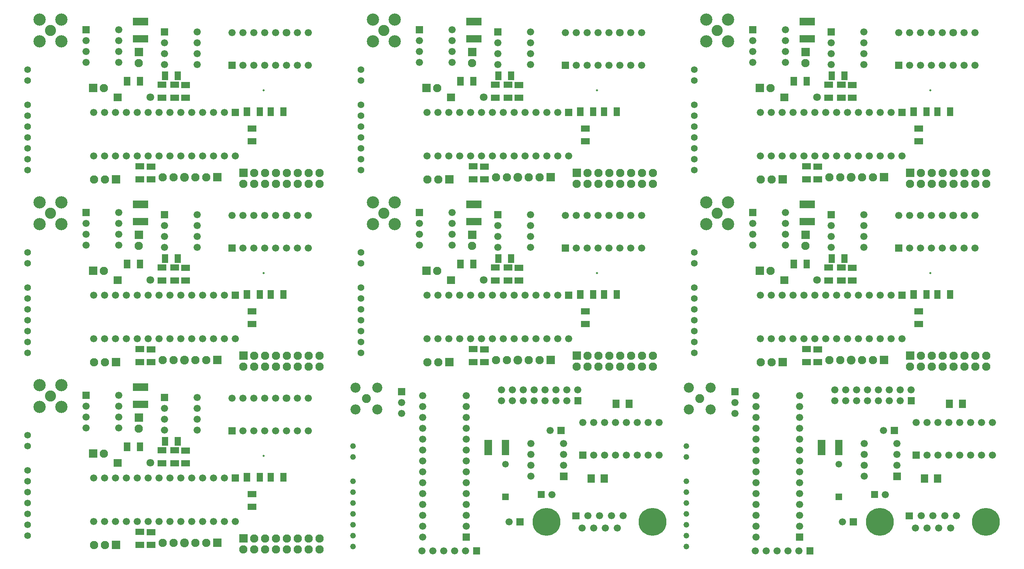
<source format=gbr>
G04 start of page 4 for group -4063 idx -4063 *
G04 Title: (unknown), componentmask *
G04 Creator: pcb 20091103 *
G04 CreationDate: Чтв 05 Янв 2012 09:41:11 UTC *
G04 For: aml *
G04 Format: Gerber/RS-274X *
G04 PCB-Dimensions: 948000 534000 *
G04 PCB-Coordinate-Origin: lower left *
%MOIN*%
%FSLAX25Y25*%
%LNFRONTMASK*%
%ADD11C,0.0200*%
%ADD23C,0.0760*%
%ADD39C,0.0660*%
%ADD40C,0.0710*%
%ADD41C,0.0620*%
%ADD42C,0.1120*%
%ADD43C,0.1020*%
%ADD44C,0.0810*%
%ADD45C,0.0920*%
%ADD46C,0.0820*%
%ADD47C,0.0520*%
%ADD48C,0.2560*%
%ADD49C,0.0610*%
%ADD50R,0.0572X0.0572*%
%ADD51R,0.0690X0.0690*%
%ADD52R,0.0660X0.0660*%
G54D39*X151500Y429800D03*
G54D11*G36*
X109950Y447350D02*Y440250D01*
X117050D01*
Y447350D01*
X109950D01*
G37*
G54D40*X143500Y443800D03*
G54D39*X141500Y429800D03*
X131500D03*
X121500D03*
G54D11*G36*
X129200Y489100D02*Y481500D01*
X136800D01*
Y489100D01*
X129200D01*
G37*
G36*
X153200Y507100D02*Y500500D01*
X159800D01*
Y507100D01*
X153200D01*
G37*
G54D39*X156500Y493800D03*
Y483800D03*
G54D11*G36*
X81200Y509100D02*Y502500D01*
X87800D01*
Y509100D01*
X81200D01*
G37*
G54D39*X114500Y505800D03*
X84500Y495800D03*
X114500D03*
X84500Y485800D03*
Y475800D03*
X114500D03*
Y485800D03*
G54D11*G36*
X215200Y476600D02*Y470000D01*
X221800D01*
Y476600D01*
X215200D01*
G37*
G54D39*X186500Y473800D03*
Y483800D03*
Y493800D03*
X228500Y473300D03*
X238500D03*
X248500D03*
X258500D03*
G54D11*X247500Y450300D03*
G54D39*X258500Y503300D03*
X248500D03*
X238500D03*
X228500D03*
X218500D03*
X186500Y503800D03*
X111500Y429800D03*
X101500D03*
X91500D03*
G54D11*G36*
X87200Y456100D02*Y448500D01*
X94800D01*
Y456100D01*
X87200D01*
G37*
G54D23*X101000Y452300D03*
X133000Y475300D03*
G54D39*X156500Y473800D03*
G54D41*X31000Y469300D03*
Y459300D03*
Y436800D03*
Y426800D03*
Y416800D03*
Y406800D03*
Y396800D03*
Y386800D03*
Y376800D03*
G54D42*X42000Y515300D03*
G54D43*X52000Y505300D03*
G54D42*X62000Y515300D03*
Y495300D03*
X42000D03*
G54D39*X268500Y473300D03*
X278500D03*
X288500D03*
Y503300D03*
X278500D03*
G54D40*X268500D03*
G54D42*X348000Y515300D03*
X368000D03*
G54D43*X358000Y505300D03*
G54D42*X368000Y495300D03*
X348000D03*
G54D41*X337000Y469300D03*
Y459300D03*
Y436800D03*
Y426800D03*
Y416800D03*
Y406800D03*
Y396800D03*
Y386800D03*
Y376800D03*
G54D11*G36*
X108200Y372100D02*Y364500D01*
X115800D01*
Y372100D01*
X108200D01*
G37*
G54D23*X102000Y368300D03*
X92000D03*
G54D39*X114500Y337800D03*
G54D23*X155000Y370300D03*
G54D39*X91500Y389800D03*
X101500D03*
X111500D03*
X121500D03*
X131500D03*
X141500D03*
X151500D03*
G54D11*G36*
X225200Y378100D02*Y370500D01*
X232800D01*
Y378100D01*
X225200D01*
G37*
G54D23*X229000Y364300D03*
X239000Y374300D03*
Y364300D03*
X249000Y374300D03*
Y364300D03*
G54D39*X258500Y335300D03*
X248500D03*
X238500D03*
X228500D03*
X218500D03*
G54D11*G36*
X201200Y374100D02*Y366500D01*
X208800D01*
Y374100D01*
X201200D01*
G37*
G54D23*X195000Y370300D03*
X185000D03*
G54D44*X175000D03*
G54D23*X165000D03*
G54D39*X161500Y389800D03*
X171500D03*
X181500D03*
G54D11*G36*
X153200Y339100D02*Y332500D01*
X159800D01*
Y339100D01*
X153200D01*
G37*
G54D39*X186500Y335800D03*
G54D11*G36*
X218200Y433100D02*Y426500D01*
X224800D01*
Y433100D01*
X218200D01*
G37*
G54D39*X211500Y429800D03*
X201500D03*
X191500D03*
X181500D03*
X171500D03*
X161500D03*
X191500Y389800D03*
X201500D03*
X211500D03*
X221500D03*
G54D23*X259000Y374300D03*
X269000D03*
X279000D03*
X289000D03*
X299000D03*
X259000Y364300D03*
X269000D03*
X279000D03*
X289000D03*
X299000D03*
G54D39*X288500Y335300D03*
X278500D03*
G54D40*X268500D03*
G54D11*G36*
X414200Y372100D02*Y364500D01*
X421800D01*
Y372100D01*
X414200D01*
G37*
G54D23*X408000Y368300D03*
X398000D03*
G54D39*X397500Y389800D03*
X407500D03*
X417500D03*
X427500D03*
G54D11*G36*
X531200Y378100D02*Y370500D01*
X538800D01*
Y378100D01*
X531200D01*
G37*
G54D23*X535000Y364300D03*
X545000Y374300D03*
Y364300D03*
X555000Y374300D03*
Y364300D03*
X565000Y374300D03*
X575000D03*
X585000D03*
X595000D03*
X605000D03*
G54D41*X643000Y376800D03*
G54D23*X565000Y364300D03*
X575000D03*
X585000D03*
X595000D03*
X605000D03*
G54D11*G36*
X507200Y374100D02*Y366500D01*
X514800D01*
Y374100D01*
X507200D01*
G37*
G54D23*X501000Y370300D03*
X491000D03*
G54D44*X481000D03*
G54D23*X471000D03*
X461000D03*
G54D39*X437500Y389800D03*
X447500D03*
X457500D03*
X467500D03*
X477500D03*
X487500D03*
X497500D03*
X507500D03*
X517500D03*
X527500D03*
G54D41*X643000Y396800D03*
Y386800D03*
G54D11*G36*
X415950Y447350D02*Y440250D01*
X423050D01*
Y447350D01*
X415950D01*
G37*
G54D39*X457500Y429800D03*
X447500D03*
X437500D03*
X427500D03*
X417500D03*
X407500D03*
X397500D03*
G54D11*G36*
X393200Y456100D02*Y448500D01*
X400800D01*
Y456100D01*
X393200D01*
G37*
G54D23*X407000Y452300D03*
G54D11*G36*
X524200Y433100D02*Y426500D01*
X530800D01*
Y433100D01*
X524200D01*
G37*
G54D39*X517500Y429800D03*
X507500D03*
G54D11*G36*
X521200Y476600D02*Y470000D01*
X527800D01*
Y476600D01*
X521200D01*
G37*
G54D39*X534500Y473300D03*
X544500D03*
X554500D03*
X564500D03*
Y503300D03*
X554500D03*
X544500D03*
X534500D03*
X524500D03*
X574500Y473300D03*
G54D40*Y503300D03*
G54D39*X584500Y473300D03*
X594500D03*
Y503300D03*
X584500D03*
G54D11*X553500Y450300D03*
G54D39*X497500Y429800D03*
X487500D03*
X477500D03*
X467500D03*
X492500Y473800D03*
Y483800D03*
Y493800D03*
Y503800D03*
G54D11*G36*
X435200Y489100D02*Y481500D01*
X442800D01*
Y489100D01*
X435200D01*
G37*
G54D23*X439000Y475300D03*
G54D11*G36*
X459200Y507100D02*Y500500D01*
X465800D01*
Y507100D01*
X459200D01*
G37*
G54D39*X462500Y493800D03*
Y483800D03*
Y473800D03*
G54D11*G36*
X387200Y509100D02*Y502500D01*
X393800D01*
Y509100D01*
X387200D01*
G37*
G54D39*X390500Y495800D03*
Y485800D03*
Y475800D03*
X420500D03*
Y485800D03*
Y495800D03*
Y505800D03*
G54D11*G36*
X720200Y372100D02*Y364500D01*
X727800D01*
Y372100D01*
X720200D01*
G37*
G54D23*X714000Y368300D03*
X704000D03*
G54D39*X703500Y389800D03*
X713500D03*
X723500D03*
G54D23*X841000Y364300D03*
X851000Y374300D03*
X861000D03*
X871000D03*
X851000Y364300D03*
X861000D03*
X871000D03*
X881000D03*
X891000D03*
X901000D03*
X881000Y374300D03*
X891000D03*
X901000D03*
X911000D03*
Y364300D03*
G54D11*G36*
X837200Y378100D02*Y370500D01*
X844800D01*
Y378100D01*
X837200D01*
G37*
G36*
X813200Y374100D02*Y366500D01*
X820800D01*
Y374100D01*
X813200D01*
G37*
G54D23*X807000Y370300D03*
X797000D03*
G54D44*X787000D03*
G54D23*X777000D03*
X767000D03*
G54D39*X733500Y389800D03*
X743500D03*
X753500D03*
X763500D03*
X773500D03*
X783500D03*
X793500D03*
X803500D03*
X813500D03*
X823500D03*
X833500D03*
G54D40*X449500Y443800D03*
G54D11*G36*
X721950Y447350D02*Y440250D01*
X729050D01*
Y447350D01*
X721950D01*
G37*
G54D40*X755500Y443800D03*
G54D11*G36*
X830200Y433100D02*Y426500D01*
X836800D01*
Y433100D01*
X830200D01*
G37*
G54D39*X823500Y429800D03*
X813500D03*
G54D11*G36*
X827200Y476600D02*Y470000D01*
X833800D01*
Y476600D01*
X827200D01*
G37*
G54D39*X840500Y473300D03*
X850500D03*
X860500D03*
X870500D03*
Y503300D03*
X860500D03*
X850500D03*
X840500D03*
X830500D03*
X880500Y473300D03*
G54D40*Y503300D03*
G54D39*X890500Y473300D03*
X900500D03*
Y503300D03*
X890500D03*
G54D11*X859500Y450300D03*
G54D39*X773500Y429800D03*
X763500D03*
X753500D03*
X743500D03*
X733500D03*
X803500D03*
X793500D03*
X783500D03*
G54D11*G36*
X741200Y489100D02*Y481500D01*
X748800D01*
Y489100D01*
X741200D01*
G37*
G54D23*X745000Y475300D03*
G54D11*G36*
X765200Y507100D02*Y500500D01*
X771800D01*
Y507100D01*
X765200D01*
G37*
G54D39*X768500Y493800D03*
Y483800D03*
Y473800D03*
X798500D03*
Y483800D03*
Y493800D03*
Y503800D03*
G54D41*X643000Y469300D03*
Y459300D03*
Y436800D03*
Y426800D03*
Y416800D03*
Y406800D03*
G54D42*X654000Y515300D03*
Y495300D03*
X674000D03*
Y515300D03*
G54D39*X723500Y429800D03*
X713500D03*
X703500D03*
G54D43*X664000Y505300D03*
G54D11*G36*
X693200Y509100D02*Y502500D01*
X699800D01*
Y509100D01*
X693200D01*
G37*
G54D39*X696500Y495800D03*
Y485800D03*
Y475800D03*
G54D11*G36*
X699200Y456100D02*Y448500D01*
X706800D01*
Y456100D01*
X699200D01*
G37*
G54D23*X713000Y452300D03*
G54D39*X726500Y475800D03*
Y485800D03*
Y495800D03*
Y505800D03*
G54D23*X279000Y206300D03*
X289000D03*
X299000D03*
G54D11*G36*
X531200Y210100D02*Y202500D01*
X538800D01*
Y210100D01*
X531200D01*
G37*
G54D41*X337000Y208800D03*
G54D11*G36*
X414200Y204100D02*Y196500D01*
X421800D01*
Y204100D01*
X414200D01*
G37*
G54D23*X408000Y200300D03*
X398000D03*
G54D39*X397500Y221800D03*
X407500D03*
X417500D03*
G54D41*X337000Y228800D03*
Y218800D03*
G54D39*X467500Y221800D03*
X477500D03*
X487500D03*
X497500D03*
X507500D03*
X517500D03*
X527500D03*
G54D23*X545000Y206300D03*
Y196300D03*
X555000Y206300D03*
X565000D03*
X575000D03*
X585000D03*
X595000D03*
X605000D03*
X555000Y196300D03*
X565000D03*
X575000D03*
X585000D03*
X595000D03*
X605000D03*
X535000D03*
G54D11*G36*
X507200Y206100D02*Y198500D01*
X514800D01*
Y206100D01*
X507200D01*
G37*
G54D23*X501000Y202300D03*
X491000D03*
G54D41*X643000Y208800D03*
G54D44*X481000Y202300D03*
G54D23*X471000D03*
X461000D03*
G54D39*X427500Y221800D03*
X437500D03*
X447500D03*
X457500D03*
G54D11*G36*
X720200Y204100D02*Y196500D01*
X727800D01*
Y204100D01*
X720200D01*
G37*
G54D23*X714000Y200300D03*
X704000D03*
G54D39*X703500Y221800D03*
X713500D03*
X723500D03*
X733500D03*
G54D11*G36*
X837200Y210100D02*Y202500D01*
X844800D01*
Y210100D01*
X837200D01*
G37*
G54D23*X841000Y196300D03*
X851000Y206300D03*
Y196300D03*
X861000Y206300D03*
Y196300D03*
X871000Y206300D03*
X881000D03*
X891000D03*
X901000D03*
X911000D03*
X871000Y196300D03*
X881000D03*
X891000D03*
X901000D03*
X911000D03*
G54D11*G36*
X813200Y206100D02*Y198500D01*
X820800D01*
Y206100D01*
X813200D01*
G37*
G54D23*X807000Y202300D03*
X797000D03*
G54D44*X787000D03*
G54D23*X777000D03*
X767000D03*
G54D39*X743500Y221800D03*
X753500D03*
X763500D03*
X773500D03*
X783500D03*
X793500D03*
X803500D03*
X813500D03*
X823500D03*
X833500D03*
G54D41*X643000Y228800D03*
Y218800D03*
G54D11*G36*
X415950Y279350D02*Y272250D01*
X423050D01*
Y279350D01*
X415950D01*
G37*
G54D40*X449500Y275800D03*
G54D39*X467500Y261800D03*
X457500D03*
G54D11*G36*
X435200Y321100D02*Y313500D01*
X442800D01*
Y321100D01*
X435200D01*
G37*
G36*
X459200Y339100D02*Y332500D01*
X465800D01*
Y339100D01*
X459200D01*
G37*
G54D39*X462500Y325800D03*
Y315800D03*
X420500Y307800D03*
Y317800D03*
Y327800D03*
Y337800D03*
G54D11*G36*
X524200Y265100D02*Y258500D01*
X530800D01*
Y265100D01*
X524200D01*
G37*
G54D39*X517500Y261800D03*
X507500D03*
X497500D03*
X487500D03*
X477500D03*
G54D11*X553500Y282300D03*
G36*
X521200Y308600D02*Y302000D01*
X527800D01*
Y308600D01*
X521200D01*
G37*
G54D39*X534500Y305300D03*
X492500Y305800D03*
Y315800D03*
Y325800D03*
X544500Y305300D03*
X554500D03*
X564500D03*
X574500D03*
X584500D03*
X594500D03*
Y335300D03*
X584500D03*
G54D40*X574500D03*
G54D39*X564500D03*
X554500D03*
X544500D03*
X534500D03*
X524500D03*
X492500Y335800D03*
X447500Y261800D03*
X437500D03*
X427500D03*
X417500D03*
X407500D03*
G54D23*X439000Y307300D03*
G54D39*X462500Y305800D03*
G54D41*X337000Y301300D03*
Y291300D03*
G54D11*G36*
X393200Y288100D02*Y280500D01*
X400800D01*
Y288100D01*
X393200D01*
G37*
G54D23*X407000Y284300D03*
G54D39*X390500Y307800D03*
X397500Y261800D03*
G54D41*X337000Y268800D03*
Y258800D03*
Y248800D03*
Y238800D03*
G54D42*X348000Y347300D03*
G54D43*X358000Y337300D03*
G54D42*X348000Y327300D03*
X368000Y347300D03*
Y327300D03*
G54D11*G36*
X387200Y341100D02*Y334500D01*
X393800D01*
Y341100D01*
X387200D01*
G37*
G54D39*X390500Y327800D03*
Y317800D03*
G54D11*G36*
X721950Y279350D02*Y272250D01*
X729050D01*
Y279350D01*
X721950D01*
G37*
G36*
X699200Y288100D02*Y280500D01*
X706800D01*
Y288100D01*
X699200D01*
G37*
G54D23*X713000Y284300D03*
G54D40*X755500Y275800D03*
G54D39*X763500Y261800D03*
X753500D03*
X743500D03*
X733500D03*
X723500D03*
X713500D03*
X703500D03*
G54D11*G36*
X830200Y265100D02*Y258500D01*
X836800D01*
Y265100D01*
X830200D01*
G37*
G54D39*X823500Y261800D03*
X813500D03*
G54D11*G36*
X827200Y308600D02*Y302000D01*
X833800D01*
Y308600D01*
X827200D01*
G37*
G54D39*X840500Y305300D03*
X850500D03*
X860500D03*
X870500D03*
Y335300D03*
X860500D03*
X850500D03*
X840500D03*
X830500D03*
X880500Y305300D03*
G54D40*Y335300D03*
G54D39*X890500Y305300D03*
X900500D03*
Y335300D03*
X890500D03*
G54D11*X859500Y282300D03*
G54D39*X803500Y261800D03*
X793500D03*
X783500D03*
X773500D03*
G54D11*G36*
X741200Y321100D02*Y313500D01*
X748800D01*
Y321100D01*
X741200D01*
G37*
G54D23*X745000Y307300D03*
G54D11*G36*
X765200Y339100D02*Y332500D01*
X771800D01*
Y339100D01*
X765200D01*
G37*
G54D39*X768500Y325800D03*
Y315800D03*
Y305800D03*
X726500Y307800D03*
Y317800D03*
Y327800D03*
Y337800D03*
X798500Y305800D03*
Y315800D03*
Y325800D03*
Y335800D03*
G54D41*X643000Y301300D03*
G54D42*X654000Y327300D03*
G54D41*X643000Y291300D03*
Y268800D03*
Y258800D03*
Y248800D03*
Y238800D03*
G54D42*X654000Y347300D03*
G54D43*X664000Y337300D03*
G54D42*X674000Y327300D03*
Y347300D03*
G54D11*G36*
X693200Y341100D02*Y334500D01*
X699800D01*
Y341100D01*
X693200D01*
G37*
G54D39*X696500Y327800D03*
Y317800D03*
Y307800D03*
G54D11*G36*
X201200Y206100D02*Y198500D01*
X208800D01*
Y206100D01*
X201200D01*
G37*
G54D23*X195000Y202300D03*
X185000D03*
G54D44*X175000D03*
G54D23*X165000D03*
X155000D03*
G54D11*G36*
X153200Y171100D02*Y164500D01*
X159800D01*
Y171100D01*
X153200D01*
G37*
G54D39*X186500Y167800D03*
X156500Y157800D03*
Y147800D03*
Y137800D03*
X186500D03*
Y147800D03*
Y157800D03*
G54D11*G36*
X218200Y265100D02*Y258500D01*
X224800D01*
Y265100D01*
X218200D01*
G37*
G54D39*X211500Y261800D03*
X201500D03*
X191500D03*
X181500D03*
X171500D03*
X161500D03*
X151500D03*
G54D11*G36*
X215200Y308600D02*Y302000D01*
X221800D01*
Y308600D01*
X215200D01*
G37*
G54D39*X186500Y305800D03*
Y315800D03*
Y325800D03*
X228500Y305300D03*
G54D11*X247500Y282300D03*
G54D39*X238500Y305300D03*
X248500D03*
X258500D03*
X268500D03*
X278500D03*
X288500D03*
X151500Y221800D03*
X161500D03*
X171500D03*
X181500D03*
X191500D03*
X201500D03*
X211500D03*
X221500D03*
G54D40*X143500Y275800D03*
G54D39*X141500Y261800D03*
X131500D03*
X121500D03*
G54D11*G36*
X109950Y279350D02*Y272250D01*
X117050D01*
Y279350D01*
X109950D01*
G37*
G54D39*X111500Y261800D03*
X101500D03*
X91500D03*
G54D11*G36*
X87200Y288100D02*Y280500D01*
X94800D01*
Y288100D01*
X87200D01*
G37*
G54D23*X101000Y284300D03*
G54D39*X114500Y159800D03*
Y169800D03*
G54D41*X31000Y301300D03*
Y291300D03*
G54D42*X42000Y327300D03*
G54D41*X31000Y268800D03*
Y258800D03*
Y248800D03*
Y238800D03*
G54D42*X42000Y179300D03*
G54D41*X31000Y228800D03*
Y218800D03*
Y208800D03*
G54D42*X42000Y347300D03*
G54D43*X52000Y337300D03*
G54D42*X62000Y327300D03*
Y347300D03*
G54D43*X52000Y169300D03*
G54D42*X62000Y159300D03*
X42000D03*
X62000Y179300D03*
G54D11*G36*
X129200Y321100D02*Y313500D01*
X136800D01*
Y321100D01*
X129200D01*
G37*
G54D23*X133000Y307300D03*
G54D39*X156500Y325800D03*
Y315800D03*
Y305800D03*
G54D11*G36*
X81200Y341100D02*Y334500D01*
X87800D01*
Y341100D01*
X81200D01*
G37*
G54D39*X84500Y327800D03*
Y317800D03*
Y307800D03*
X114500D03*
Y317800D03*
Y327800D03*
G54D11*G36*
X108200Y36100D02*Y28500D01*
X115800D01*
Y36100D01*
X108200D01*
G37*
G54D23*X102000Y32300D03*
X92000D03*
G54D11*G36*
X225200Y42100D02*Y34500D01*
X232800D01*
Y42100D01*
X225200D01*
G37*
G54D23*X229000Y28300D03*
X239000Y38300D03*
Y28300D03*
X249000Y38300D03*
Y28300D03*
X259000Y38300D03*
Y28300D03*
X269000D03*
X279000D03*
X289000D03*
X299000D03*
X269000Y38300D03*
X279000D03*
X289000D03*
X299000D03*
G54D11*G36*
X201200Y38100D02*Y30500D01*
X208800D01*
Y38100D01*
X201200D01*
G37*
G54D23*X195000Y34300D03*
X185000D03*
G54D44*X175000D03*
G54D23*X165000D03*
X155000D03*
G54D11*G36*
X218200Y97100D02*Y90500D01*
X224800D01*
Y97100D01*
X218200D01*
G37*
G54D39*X211500Y93800D03*
X201500D03*
X191500D03*
X181500D03*
X171500D03*
X161500Y53800D03*
X171500D03*
X181500D03*
X191500D03*
X201500D03*
X211500D03*
X221500D03*
X161500Y93800D03*
X151500D03*
X141500D03*
X131500D03*
X121500D03*
X111500D03*
X101500D03*
X91500D03*
Y53800D03*
X101500D03*
X111500D03*
X121500D03*
X131500D03*
X141500D03*
X151500D03*
G54D11*G36*
X108200Y204100D02*Y196500D01*
X115800D01*
Y204100D01*
X108200D01*
G37*
G54D23*X102000Y200300D03*
X92000D03*
G54D39*X91500Y221800D03*
X101500D03*
X111500D03*
X121500D03*
X131500D03*
G54D11*G36*
X129200Y153100D02*Y145500D01*
X136800D01*
Y153100D01*
X129200D01*
G37*
G54D23*X133000Y139300D03*
G54D39*X141500Y221800D03*
X114500Y139800D03*
Y149800D03*
G54D41*X31000Y133300D03*
Y123300D03*
Y100800D03*
Y90800D03*
Y80800D03*
Y70800D03*
Y60800D03*
Y50800D03*
Y40800D03*
G54D11*G36*
X109950Y111350D02*Y104250D01*
X117050D01*
Y111350D01*
X109950D01*
G37*
G36*
X87200Y120100D02*Y112500D01*
X94800D01*
Y120100D01*
X87200D01*
G37*
G54D23*X101000Y116300D03*
G54D40*X143500Y107800D03*
G54D11*G36*
X81200Y173100D02*Y166500D01*
X87800D01*
Y173100D01*
X81200D01*
G37*
G54D39*X84500Y159800D03*
Y149800D03*
Y139800D03*
G54D11*G36*
X225200Y210100D02*Y202500D01*
X232800D01*
Y210100D01*
X225200D01*
G37*
G54D23*X229000Y196300D03*
X239000Y206300D03*
Y196300D03*
X249000Y206300D03*
Y196300D03*
X259000Y206300D03*
Y196300D03*
G54D11*G36*
X215200Y140600D02*Y134000D01*
X221800D01*
Y140600D01*
X215200D01*
G37*
G54D39*X228500Y137300D03*
X238500D03*
X248500D03*
X258500D03*
X268500D03*
X278500D03*
X288500D03*
G54D11*X247500Y114300D03*
G54D23*X269000Y206300D03*
Y196300D03*
X279000D03*
X289000D03*
X299000D03*
G54D39*X288500Y167300D03*
X278500D03*
G54D40*X268500D03*
G54D39*X258500D03*
X248500D03*
X238500D03*
X228500D03*
X218500D03*
G54D45*X332000Y177000D03*
G54D46*X342000Y167000D03*
G54D45*X352000Y157000D03*
X332000D03*
X352000Y177000D03*
G54D39*X393500Y169500D03*
G54D11*G36*
X370890Y176490D02*Y169890D01*
X377490D01*
Y176490D01*
X370890D01*
G37*
G54D39*X374190Y163190D03*
Y153190D03*
X393500Y159500D03*
Y149500D03*
Y139500D03*
Y129500D03*
Y119500D03*
Y109500D03*
Y99500D03*
Y89500D03*
Y79500D03*
Y69500D03*
Y59500D03*
Y49500D03*
Y39500D03*
X393000Y27000D03*
G54D47*X329500Y123310D03*
Y113310D03*
Y90810D03*
Y80810D03*
Y70810D03*
Y60810D03*
Y50810D03*
Y40810D03*
Y30810D03*
G54D11*G36*
X466450Y79550D02*Y73450D01*
X472550D01*
Y79550D01*
X466450D01*
G37*
G36*
X499019Y82033D02*Y75433D01*
X505619D01*
Y82033D01*
X499019D01*
G37*
G54D39*X512319Y78733D03*
X493000Y105500D03*
Y95500D03*
G54D11*G36*
X479562Y56800D02*Y50200D01*
X486162D01*
Y56800D01*
X479562D01*
G37*
G54D39*X472862Y53500D03*
G54D11*G36*
X531000Y62400D02*Y55800D01*
X537600D01*
Y62400D01*
X531000D01*
G37*
G54D39*X539700Y47900D03*
G54D48*X507300Y53500D03*
G54D39*X545100Y59100D03*
X550500Y47900D03*
X561300D03*
X572100D03*
G54D48*X604500Y53500D03*
G54D11*G36*
X517200Y140800D02*Y134200D01*
X523800D01*
Y140800D01*
X517200D01*
G37*
G54D39*X510500Y137500D03*
G54D11*G36*
X519450Y99050D02*Y91950D01*
X526550D01*
Y99050D01*
X519450D01*
G37*
G54D39*X523000Y105500D03*
Y115500D03*
Y125500D03*
X493000D03*
Y115500D03*
G54D11*G36*
X537200Y118300D02*Y111700D01*
X543800D01*
Y118300D01*
X537200D01*
G37*
G36*
X430200Y42800D02*Y36200D01*
X436800D01*
Y42800D01*
X430200D01*
G37*
G36*
X439700Y30300D02*Y23700D01*
X446300D01*
Y30300D01*
X439700D01*
G37*
G54D39*X433000Y27000D03*
X423000D03*
X413000D03*
X403000D03*
X433500Y49500D03*
Y59500D03*
Y69500D03*
Y79500D03*
Y89500D03*
Y99500D03*
Y109500D03*
Y119500D03*
Y129500D03*
Y139500D03*
Y149500D03*
Y159500D03*
Y169500D03*
X580500Y145000D03*
G54D11*G36*
X823200Y140800D02*Y134200D01*
X829800D01*
Y140800D01*
X823200D01*
G37*
G54D39*X816500Y137500D03*
X739500Y139500D03*
X699500D03*
X739500Y119500D03*
G54D47*X635500Y123310D03*
G54D39*X739500Y129500D03*
Y149500D03*
X699500D03*
Y129500D03*
Y119500D03*
G54D45*X638000Y177000D03*
G54D46*X648000Y167000D03*
G54D45*X658000Y157000D03*
X638000D03*
X658000Y177000D03*
G54D39*X739500Y159500D03*
Y169500D03*
X699500D03*
Y159500D03*
G54D11*G36*
X676890Y176490D02*Y169890D01*
X683490D01*
Y176490D01*
X676890D01*
G37*
G54D39*X680190Y163190D03*
Y153190D03*
G54D11*G36*
X838700Y168300D02*Y161700D01*
X845300D01*
Y168300D01*
X838700D01*
G37*
G54D39*X842000Y175000D03*
X832000Y165000D03*
Y175000D03*
X829000Y115500D03*
Y125500D03*
X799000D03*
Y115500D03*
G54D11*G36*
X843200Y118300D02*Y111700D01*
X849800D01*
Y118300D01*
X843200D01*
G37*
G54D39*X856500Y115000D03*
X866500D03*
X876500D03*
Y145000D03*
X866500D03*
X856500D03*
X846500D03*
X886500Y115000D03*
Y145000D03*
X896500Y115000D03*
Y145000D03*
X906500Y115000D03*
X916500D03*
Y145000D03*
X906500D03*
X822000Y175000D03*
X812000D03*
X802000D03*
X792000D03*
X822000Y165000D03*
X812000D03*
X802000D03*
X792000D03*
X782000D03*
X772000D03*
G54D11*G36*
X532700Y168300D02*Y161700D01*
X539300D01*
Y168300D01*
X532700D01*
G37*
G54D39*X536000Y175000D03*
X526000D03*
X516000D03*
X782000D03*
X772000D03*
X526000Y165000D03*
X516000D03*
X506000D03*
X496000D03*
X486000D03*
X476000D03*
X506000Y175000D03*
X496000D03*
X486000D03*
X476000D03*
X466000Y165000D03*
Y175000D03*
X550500Y115000D03*
X560500D03*
X570500D03*
X580500D03*
X590500D03*
X600500D03*
X610500D03*
Y145000D03*
X600500D03*
X590500D03*
X570500D03*
X560500D03*
X550500D03*
X540500D03*
G54D49*X469500Y106500D03*
G54D39*X555900Y59100D03*
X566700D03*
X577500D03*
G54D47*X635500Y113310D03*
Y90810D03*
Y80810D03*
Y70810D03*
Y60810D03*
Y50810D03*
Y40810D03*
Y30810D03*
G54D39*X845700Y47900D03*
G54D48*X813300Y53500D03*
G54D39*X856500Y47900D03*
X867300D03*
X878100D03*
G54D48*X910500Y53500D03*
G54D11*G36*
X772450Y79550D02*Y73450D01*
X778550D01*
Y79550D01*
X772450D01*
G37*
G36*
X805019Y82033D02*Y75433D01*
X811619D01*
Y82033D01*
X805019D01*
G37*
G54D39*X818319Y78733D03*
X739500Y79500D03*
X699500D03*
X739500Y89500D03*
X699500D03*
G54D49*X775500Y106500D03*
G54D11*G36*
X825450Y99050D02*Y91950D01*
X832550D01*
Y99050D01*
X825450D01*
G37*
G54D39*X829000Y105500D03*
X799000D03*
Y95500D03*
X739500Y99500D03*
Y109500D03*
X699500D03*
Y99500D03*
X739500Y59500D03*
Y69500D03*
X699500D03*
Y59500D03*
G54D11*G36*
X837000Y62400D02*Y55800D01*
X843600D01*
Y62400D01*
X837000D01*
G37*
G54D39*X851100Y59100D03*
X861900D03*
X872700D03*
X883500D03*
G54D11*G36*
X785562Y56800D02*Y50200D01*
X792162D01*
Y56800D01*
X785562D01*
G37*
G54D39*X778862Y53500D03*
X699500Y49500D03*
Y39500D03*
G54D11*G36*
X736200Y42800D02*Y36200D01*
X742800D01*
Y42800D01*
X736200D01*
G37*
G54D39*X739500Y49500D03*
G54D11*G36*
X745700Y30300D02*Y23700D01*
X752300D01*
Y30300D01*
X745700D01*
G37*
G54D39*X739000Y27000D03*
X729000D03*
X719000D03*
X709000D03*
X699000D03*
G54D50*X449000Y380110D02*X451362D01*
X449000Y368300D02*X451362D01*
X438638Y380300D02*X441000D01*
X438638Y368490D02*X441000D01*
X755000Y380110D02*X757362D01*
X755000Y368300D02*X757362D01*
X744638Y368490D02*X747000D01*
X744638Y380300D02*X747000D01*
X480638Y443300D02*X483000D01*
X480638Y455110D02*X483000D01*
X470638Y443490D02*X473000D01*
X470638Y455300D02*X473000D01*
X474810Y464662D02*Y462300D01*
X428190Y459662D02*Y457300D01*
G54D51*X436914Y497552D02*X444000D01*
X436914Y513300D02*X444000D01*
G54D50*X463000Y464662D02*Y462300D01*
X440000Y459662D02*Y457300D01*
X459000Y443490D02*X461362D01*
X459000Y455300D02*X461362D01*
X550000Y431662D02*Y429300D01*
X571810Y431662D02*Y429300D01*
X560000Y431662D02*Y429300D01*
X538190Y431662D02*Y429300D01*
X541638Y403300D02*X544000D01*
X541638Y415110D02*X544000D01*
X786638Y455110D02*X789000D01*
X847638Y403300D02*X850000D01*
X786638Y443300D02*X789000D01*
X776638Y443490D02*X779000D01*
X765000D02*X767362D01*
X776638Y455300D02*X779000D01*
X769000Y464662D02*Y462300D01*
X780810Y464662D02*Y462300D01*
X734190Y459662D02*Y457300D01*
X746000Y459662D02*Y457300D01*
X765000Y455300D02*X767362D01*
G54D51*X742914Y497552D02*X750000D01*
X742914Y513300D02*X750000D01*
G54D50*X856000Y431662D02*Y429300D01*
X844190Y431662D02*Y429300D01*
X847638Y415110D02*X850000D01*
X877810Y431662D02*Y429300D01*
X866000Y431662D02*Y429300D01*
X143000Y380110D02*X145362D01*
X143000Y368300D02*X145362D01*
X132638Y380300D02*X135000D01*
X132638Y368490D02*X135000D01*
X244000Y431662D02*Y429300D01*
X265810Y431662D02*Y429300D01*
X254000Y431662D02*Y429300D01*
X232190Y431662D02*Y429300D01*
X235638Y403300D02*X238000D01*
X235638Y415110D02*X238000D01*
X174638Y443300D02*X177000D01*
X164638Y443490D02*X167000D01*
X153000D02*X155362D01*
X174638Y455110D02*X177000D01*
X164638Y455300D02*X167000D01*
X168810Y464662D02*Y462300D01*
X157000Y464662D02*Y462300D01*
X122190Y459662D02*Y457300D01*
X134000Y459662D02*Y457300D01*
G54D51*X130914Y497552D02*X138000D01*
X130914Y513300D02*X138000D01*
G54D50*X153000Y455300D02*X155362D01*
X174638Y275300D02*X177000D01*
X174638Y287110D02*X177000D01*
X164638Y275490D02*X167000D01*
X164638Y287300D02*X167000D01*
X168810Y296662D02*Y294300D01*
X122190Y291662D02*Y289300D01*
G54D51*X130914Y329552D02*X138000D01*
X130914Y345300D02*X138000D01*
G54D50*X157000Y296662D02*Y294300D01*
X134000Y291662D02*Y289300D01*
X153000Y275490D02*X155362D01*
X153000Y287300D02*X155362D01*
X244000Y263662D02*Y261300D01*
X265810Y263662D02*Y261300D01*
X254000Y263662D02*Y261300D01*
X232190Y263662D02*Y261300D01*
X235638Y235300D02*X238000D01*
X235638Y247110D02*X238000D01*
X449000Y212110D02*X451362D01*
X449000Y200300D02*X451362D01*
X438638Y200490D02*X441000D01*
X438638Y212300D02*X441000D01*
X480638Y275300D02*X483000D01*
X480638Y287110D02*X483000D01*
X470638Y275490D02*X473000D01*
G54D52*X548138Y94000D02*Y93000D01*
X560138Y94000D02*Y93000D01*
X571000Y162500D02*Y161500D01*
X583000Y162500D02*Y161500D01*
G54D50*X470638Y287300D02*X473000D01*
X463000Y296662D02*Y294300D01*
X474810Y296662D02*Y294300D01*
X440000Y291662D02*Y289300D01*
X459000Y287300D02*X461362D01*
X428190Y291662D02*Y289300D01*
G54D51*X436914Y329552D02*X444000D01*
X436914Y345300D02*X444000D01*
G54D50*X459000Y275490D02*X461362D01*
G54D51*X469500Y125586D02*Y118500D01*
X453752Y125586D02*Y118500D01*
G54D50*X755000Y212110D02*X757362D01*
X744638Y212300D02*X747000D01*
X755000Y200300D02*X757362D01*
X744638Y200490D02*X747000D01*
X550000Y263662D02*Y261300D01*
X538190Y263662D02*Y261300D01*
X541638Y235300D02*X544000D01*
X541638Y247110D02*X544000D01*
X571810Y263662D02*Y261300D01*
X560000Y263662D02*Y261300D01*
X786638Y275300D02*X789000D01*
X786638Y287110D02*X789000D01*
X776638Y275490D02*X779000D01*
X765000D02*X767362D01*
X776638Y287300D02*X779000D01*
X734190Y291662D02*Y289300D01*
X746000Y291662D02*Y289300D01*
X765000Y287300D02*X767362D01*
X847638Y247110D02*X850000D01*
X769000Y296662D02*Y294300D01*
X780810Y296662D02*Y294300D01*
G54D51*X742914Y329552D02*X750000D01*
X742914Y345300D02*X750000D01*
G54D50*X847638Y235300D02*X850000D01*
G54D51*X775500Y125586D02*Y118500D01*
G54D52*X854138Y94000D02*Y93000D01*
G54D51*X759752Y125586D02*Y118500D01*
G54D50*X856000Y263662D02*Y261300D01*
X844190Y263662D02*Y261300D01*
X877810Y263662D02*Y261300D01*
X866000Y263662D02*Y261300D01*
G54D52*X877000Y162500D02*Y161500D01*
X889000Y162500D02*Y161500D01*
X866138Y94000D02*Y93000D01*
G54D50*X143000Y212110D02*X145362D01*
X143000Y200300D02*X145362D01*
X132638Y212300D02*X135000D01*
X132638Y200490D02*X135000D01*
G54D51*X130914Y161552D02*X138000D01*
X130914Y177300D02*X138000D01*
G54D50*X143000Y44110D02*X145362D01*
X143000Y32300D02*X145362D01*
X132638Y44300D02*X135000D01*
X132638Y32490D02*X135000D01*
X174638Y107300D02*X177000D01*
X174638Y119110D02*X177000D01*
X164638Y107490D02*X167000D01*
X164638Y119300D02*X167000D01*
X168810Y128662D02*Y126300D01*
X157000Y128662D02*Y126300D01*
X122190Y123662D02*Y121300D01*
X134000Y123662D02*Y121300D01*
X153000Y107490D02*X155362D01*
X153000Y119300D02*X155362D01*
X244000Y95662D02*Y93300D01*
X232190Y95662D02*Y93300D01*
X235638Y67300D02*X238000D01*
X235638Y79110D02*X238000D01*
X265810Y95662D02*Y93300D01*
X254000Y95662D02*Y93300D01*
M02*

</source>
